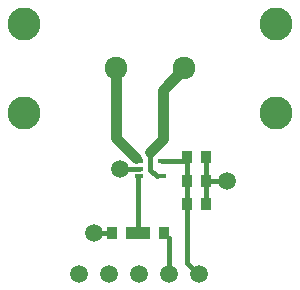
<source format=gtl>
G04 Layer_Physical_Order=1*
G04 Layer_Color=255*
%FSLAX43Y43*%
%MOMM*%
G71*
G01*
G75*
%ADD10R,0.950X1.000*%
%ADD11R,0.750X0.400*%
%ADD12C,0.400*%
%ADD13C,0.900*%
%ADD14C,0.305*%
%ADD15C,0.300*%
%ADD16R,0.425X0.175*%
%ADD17C,1.500*%
%ADD18C,2.800*%
%ADD19C,1.920*%
D10*
X13400Y6775D02*
D03*
X11800D02*
D03*
X16200Y6775D02*
D03*
X14600D02*
D03*
X19725Y13200D02*
D03*
X18125D02*
D03*
X19725Y11200D02*
D03*
X18125D02*
D03*
X19725Y9200D02*
D03*
X18125D02*
D03*
D11*
X14084Y12850D02*
D03*
Y12200D02*
D03*
Y11550D02*
D03*
X15984Y12850D02*
D03*
Y11550D02*
D03*
D12*
X18125Y4200D02*
X19140Y3185D01*
X16600Y3275D02*
Y6375D01*
X14000Y6500D02*
Y11300D01*
X12500Y12200D02*
X14084D01*
X12475Y12225D02*
X12500Y12200D01*
X15000Y12100D02*
Y13628D01*
Y12100D02*
X15550Y11550D01*
X18125Y11200D02*
Y13200D01*
Y9200D02*
Y11200D01*
X15984Y12850D02*
X17775D01*
X19725Y11200D02*
X21475D01*
X19725Y9200D02*
Y11200D01*
X19725Y11200D02*
Y13200D01*
X10275Y6775D02*
X11800D01*
X18125Y4200D02*
Y9200D01*
D13*
X16100Y14728D02*
Y18900D01*
X15000Y13628D02*
X16100Y14728D01*
X12100Y14834D02*
X13823Y13111D01*
X12100Y14834D02*
Y20700D01*
X16100Y18900D02*
X17900Y20700D01*
D14*
X15550Y11550D02*
X15984D01*
X18125Y13200D02*
X18125Y13200D01*
X19140Y2760D02*
Y3185D01*
X16200Y6775D02*
X16600Y6375D01*
D15*
X17775Y12850D02*
X18125Y13200D01*
X19725Y11200D02*
X19725Y11200D01*
D16*
X14005Y6361D02*
D03*
D17*
X14050Y3275D02*
D03*
X11510D02*
D03*
X8970D02*
D03*
X16590D02*
D03*
X19130D02*
D03*
X12475Y12225D02*
D03*
X21475Y11200D02*
D03*
X10275Y6775D02*
D03*
D18*
X4300Y24500D02*
D03*
Y16900D02*
D03*
X25700D02*
D03*
Y24500D02*
D03*
D19*
X12100Y20700D02*
D03*
X17900D02*
D03*
M02*

</source>
